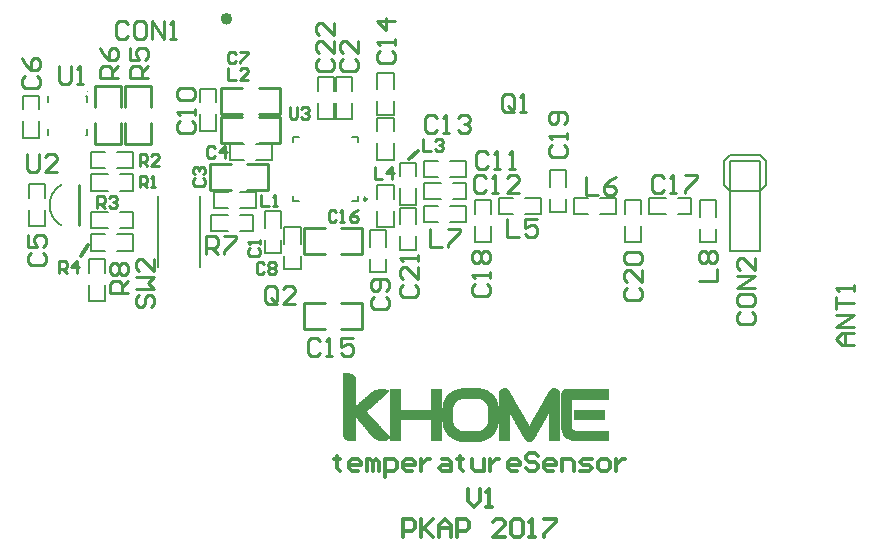
<source format=gto>
G04 Layer_Color=65535*
%FSLAX25Y25*%
%MOIN*%
G70*
G01*
G75*
%ADD23C,0.01969*%
%ADD24C,0.01000*%
%ADD27C,0.01181*%
%ADD28C,0.00100*%
%ADD42C,0.00787*%
%ADD43C,0.00394*%
%ADD44C,0.00984*%
%ADD45C,0.00800*%
%ADD46C,0.00500*%
D23*
X74043Y177106D02*
G03*
X74043Y177106I-1000J0D01*
G01*
D24*
X23937Y108307D02*
Y121693D01*
X39302Y135300D02*
Y142300D01*
X47902Y135300D02*
Y142300D01*
Y147700D02*
Y154700D01*
X39302Y147700D02*
Y154700D01*
Y135300D02*
X47902D01*
X39302Y154700D02*
X47902D01*
X29302Y135300D02*
Y142300D01*
X37902Y135300D02*
Y142300D01*
Y147700D02*
Y154700D01*
X29302Y147700D02*
Y154700D01*
Y135300D02*
X37902D01*
X29302Y154700D02*
X37902D01*
X83743Y145306D02*
X90743D01*
X83743Y153906D02*
X90743D01*
X71343D02*
X78343D01*
X71343Y145306D02*
X78343D01*
X90743D02*
Y153906D01*
X71343Y145306D02*
Y153906D01*
X83743Y135806D02*
X90743D01*
X83743Y144406D02*
X90743D01*
X71343D02*
X78343D01*
X71343Y135806D02*
X78343D01*
X90743D02*
Y144406D01*
X71343Y135806D02*
Y144406D01*
X67465Y128709D02*
X74465D01*
X67465Y120109D02*
X74465D01*
X79865D02*
X86865D01*
X79865Y128709D02*
X86865D01*
X67465Y120109D02*
Y128709D01*
X86865Y120109D02*
Y128709D01*
X98843Y107406D02*
X105843D01*
X98843Y98806D02*
X105843D01*
X111243D02*
X118243D01*
X111243Y107406D02*
X118243D01*
X98843Y98806D02*
Y107406D01*
X118243Y98806D02*
Y107406D01*
X111243Y73806D02*
X118243D01*
X111243Y82406D02*
X118243D01*
X98843D02*
X105843D01*
X98843Y73806D02*
X105843D01*
X118243D02*
Y82406D01*
X98843Y73806D02*
Y82406D01*
X43821Y85101D02*
X42821Y84101D01*
Y82102D01*
X43821Y81102D01*
X44820D01*
X45820Y82102D01*
Y84101D01*
X46819Y85101D01*
X47819D01*
X48819Y84101D01*
Y82102D01*
X47819Y81102D01*
X42821Y87100D02*
X48819D01*
X46819Y89100D01*
X48819Y91099D01*
X42821D01*
X48819Y97097D02*
Y93098D01*
X44820Y97097D01*
X43821D01*
X42821Y96097D01*
Y94098D01*
X43821Y93098D01*
X40157Y85827D02*
X34159D01*
Y88826D01*
X35159Y89825D01*
X37158D01*
X38158Y88826D01*
Y85827D01*
Y87826D02*
X40157Y89825D01*
X35159Y91825D02*
X34159Y92825D01*
Y94824D01*
X35159Y95824D01*
X36159D01*
X37158Y94824D01*
X38158Y95824D01*
X39158D01*
X40157Y94824D01*
Y92825D01*
X39158Y91825D01*
X38158D01*
X37158Y92825D01*
X36159Y91825D01*
X35159D01*
X37158Y92825D02*
Y94824D01*
X6693Y131982D02*
Y126984D01*
X7693Y125984D01*
X9692D01*
X10692Y126984D01*
Y131982D01*
X16690Y125984D02*
X12691D01*
X16690Y129983D01*
Y130983D01*
X15690Y131982D01*
X13691D01*
X12691Y130983D01*
X17323Y161510D02*
Y156511D01*
X18323Y155512D01*
X20322D01*
X21321Y156511D01*
Y161510D01*
X23321Y155512D02*
X25320D01*
X24321D01*
Y161510D01*
X23321Y160510D01*
X66142Y98819D02*
Y104817D01*
X69141D01*
X70140Y103817D01*
Y101818D01*
X69141Y100818D01*
X66142D01*
X68141D02*
X70140Y98819D01*
X72140Y104817D02*
X76139D01*
Y103817D01*
X72140Y99819D01*
Y98819D01*
X37008Y157480D02*
X31010D01*
Y160479D01*
X32010Y161479D01*
X34009D01*
X35008Y160479D01*
Y157480D01*
Y159480D02*
X37008Y161479D01*
X31010Y167477D02*
X32010Y165478D01*
X34009Y163478D01*
X36008D01*
X37008Y164478D01*
Y166477D01*
X36008Y167477D01*
X35008D01*
X34009Y166477D01*
Y163478D01*
X46850Y157480D02*
X40852D01*
Y160479D01*
X41852Y161479D01*
X43851D01*
X44851Y160479D01*
Y157480D01*
Y159480D02*
X46850Y161479D01*
X40852Y167477D02*
Y163478D01*
X43851D01*
X42852Y165478D01*
Y166477D01*
X43851Y167477D01*
X45851D01*
X46850Y166477D01*
Y164478D01*
X45851Y163478D01*
X17323Y92520D02*
Y96455D01*
X19291D01*
X19947Y95799D01*
Y94488D01*
X19291Y93832D01*
X17323D01*
X18635D02*
X19947Y92520D01*
X23226D02*
Y96455D01*
X21259Y94488D01*
X23882D01*
X29921Y114173D02*
Y118109D01*
X31889D01*
X32545Y117453D01*
Y116141D01*
X31889Y115485D01*
X29921D01*
X31233D02*
X32545Y114173D01*
X33857Y117453D02*
X34513Y118109D01*
X35825D01*
X36481Y117453D01*
Y116797D01*
X35825Y116141D01*
X35169D01*
X35825D01*
X36481Y115485D01*
Y114829D01*
X35825Y114173D01*
X34513D01*
X33857Y114829D01*
X44094Y127953D02*
Y131888D01*
X46062D01*
X46718Y131233D01*
Y129921D01*
X46062Y129265D01*
X44094D01*
X45406D02*
X46718Y127953D01*
X50654D02*
X48030D01*
X50654Y130577D01*
Y131233D01*
X49998Y131888D01*
X48686D01*
X48030Y131233D01*
X44094Y120866D02*
Y124802D01*
X46062D01*
X46718Y124146D01*
Y122834D01*
X46062Y122178D01*
X44094D01*
X45406D02*
X46718Y120866D01*
X48030D02*
X49342D01*
X48686D01*
Y124802D01*
X48030Y124146D01*
X84646Y118503D02*
Y114567D01*
X87270D01*
X88581D02*
X89893D01*
X89237D01*
Y118503D01*
X88581Y117847D01*
X40219Y175471D02*
X39219Y176470D01*
X37220D01*
X36220Y175471D01*
Y171472D01*
X37220Y170472D01*
X39219D01*
X40219Y171472D01*
X45218Y176470D02*
X43218D01*
X42219Y175471D01*
Y171472D01*
X43218Y170472D01*
X45218D01*
X46217Y171472D01*
Y175471D01*
X45218Y176470D01*
X48217Y170472D02*
Y176470D01*
X52215Y170472D01*
Y176470D01*
X54215Y170472D02*
X56214D01*
X55214D01*
Y176470D01*
X54215Y175471D01*
X57600Y142975D02*
X56600Y141975D01*
Y139976D01*
X57600Y138976D01*
X61599D01*
X62598Y139976D01*
Y141975D01*
X61599Y142975D01*
X62598Y144974D02*
Y146974D01*
Y145974D01*
X56600D01*
X57600Y144974D01*
Y149973D02*
X56600Y150972D01*
Y152972D01*
X57600Y153972D01*
X61599D01*
X62598Y152972D01*
Y150972D01*
X61599Y149973D01*
X57600D01*
X6025Y157936D02*
X5026Y156936D01*
Y154937D01*
X6025Y153937D01*
X10024D01*
X11024Y154937D01*
Y156936D01*
X10024Y157936D01*
X5026Y163934D02*
X6025Y161934D01*
X8025Y159935D01*
X10024D01*
X11024Y160935D01*
Y162934D01*
X10024Y163934D01*
X9024D01*
X8025Y162934D01*
Y159935D01*
X7994Y98881D02*
X6994Y97881D01*
Y95882D01*
X7994Y94882D01*
X11992D01*
X12992Y95882D01*
Y97881D01*
X11992Y98881D01*
X6994Y104879D02*
Y100880D01*
X9993D01*
X8993Y102879D01*
Y103879D01*
X9993Y104879D01*
X11992D01*
X12992Y103879D01*
Y101880D01*
X11992Y100880D01*
X244214Y79196D02*
X243215Y78196D01*
Y76196D01*
X244214Y75197D01*
X248213D01*
X249213Y76196D01*
Y78196D01*
X248213Y79196D01*
X243215Y84194D02*
Y82195D01*
X244214Y81195D01*
X248213D01*
X249213Y82195D01*
Y84194D01*
X248213Y85194D01*
X244214D01*
X243215Y84194D01*
X249213Y87193D02*
X243215D01*
X249213Y91192D01*
X243215D01*
X249213Y97190D02*
Y93191D01*
X245214Y97190D01*
X244214D01*
X243215Y96190D01*
Y94191D01*
X244214Y93191D01*
X94095Y147636D02*
Y144357D01*
X94750Y143701D01*
X96062D01*
X96718Y144357D01*
Y147636D01*
X98030Y146981D02*
X98686Y147636D01*
X99998D01*
X100654Y146981D01*
Y146325D01*
X99998Y145669D01*
X99342D01*
X99998D01*
X100654Y145013D01*
Y144357D01*
X99998Y143701D01*
X98686D01*
X98030Y144357D01*
X89825Y82889D02*
Y86888D01*
X88826Y87888D01*
X86826D01*
X85827Y86888D01*
Y82889D01*
X86826Y81890D01*
X88826D01*
X87826Y83889D02*
X89825Y81890D01*
X88826D02*
X89825Y82889D01*
X95824Y81890D02*
X91825D01*
X95824Y85888D01*
Y86888D01*
X94824Y87888D01*
X92825D01*
X91825Y86888D01*
X168959Y147063D02*
Y151061D01*
X167960Y152061D01*
X165960D01*
X164961Y151061D01*
Y147063D01*
X165960Y146063D01*
X167960D01*
X166960Y148062D02*
X168959Y146063D01*
X167960D02*
X168959Y147063D01*
X170959Y146063D02*
X172958D01*
X171958D01*
Y152061D01*
X170959Y151061D01*
X230616Y89764D02*
X236614D01*
Y93762D01*
X231616Y95762D02*
X230616Y96762D01*
Y98761D01*
X231616Y99761D01*
X232615D01*
X233615Y98761D01*
X234615Y99761D01*
X235614D01*
X236614Y98761D01*
Y96762D01*
X235614Y95762D01*
X234615D01*
X233615Y96762D01*
X232615Y95762D01*
X231616D01*
X233615Y96762D02*
Y98761D01*
X140945Y107179D02*
Y101181D01*
X144944D01*
X146943Y107179D02*
X150942D01*
Y106179D01*
X146943Y102181D01*
Y101181D01*
X192913Y124502D02*
Y118504D01*
X196912D01*
X202910Y124502D02*
X200911Y123502D01*
X198911Y121503D01*
Y119504D01*
X199911Y118504D01*
X201910D01*
X202910Y119504D01*
Y120503D01*
X201910Y121503D01*
X198911D01*
X166535Y110329D02*
Y104331D01*
X170534D01*
X176532Y110329D02*
X172534D01*
Y107330D01*
X174533Y108329D01*
X175532D01*
X176532Y107330D01*
Y105330D01*
X175532Y104331D01*
X173533D01*
X172534Y105330D01*
X122441Y127558D02*
Y123622D01*
X125065D01*
X128345D02*
Y127558D01*
X126377Y125590D01*
X129000D01*
X138583Y137007D02*
Y133071D01*
X141207D01*
X142518Y136351D02*
X143174Y137007D01*
X144486D01*
X145142Y136351D01*
Y135695D01*
X144486Y135039D01*
X143830D01*
X144486D01*
X145142Y134383D01*
Y133727D01*
X144486Y133071D01*
X143174D01*
X142518Y133727D01*
X73622Y160629D02*
Y156693D01*
X76246D01*
X80182D02*
X77558D01*
X80182Y159317D01*
Y159973D01*
X79526Y160629D01*
X78214D01*
X77558Y159973D01*
X104057Y163841D02*
X103057Y162842D01*
Y160842D01*
X104057Y159843D01*
X108055D01*
X109055Y160842D01*
Y162842D01*
X108055Y163841D01*
X109055Y169839D02*
Y165841D01*
X105056Y169839D01*
X104057D01*
X103057Y168840D01*
Y166840D01*
X104057Y165841D01*
X109055Y175837D02*
Y171839D01*
X105056Y175837D01*
X104057D01*
X103057Y174838D01*
Y172838D01*
X104057Y171839D01*
X132009Y88251D02*
X131010Y87251D01*
Y85252D01*
X132009Y84252D01*
X136008D01*
X137008Y85252D01*
Y87251D01*
X136008Y88251D01*
X137008Y94249D02*
Y90250D01*
X133009Y94249D01*
X132009D01*
X131010Y93249D01*
Y91250D01*
X132009Y90250D01*
X137008Y96248D02*
Y98247D01*
Y97248D01*
X131010D01*
X132009Y96248D01*
X206419Y87463D02*
X205419Y86464D01*
Y84464D01*
X206419Y83465D01*
X210418D01*
X211417Y84464D01*
Y86464D01*
X210418Y87463D01*
X211417Y93461D02*
Y89463D01*
X207419Y93461D01*
X206419D01*
X205419Y92462D01*
Y90462D01*
X206419Y89463D01*
Y95461D02*
X205419Y96460D01*
Y98460D01*
X206419Y99459D01*
X210418D01*
X211417Y98460D01*
Y96460D01*
X210418Y95461D01*
X206419D01*
X181616Y135101D02*
X180616Y134101D01*
Y132102D01*
X181616Y131102D01*
X185615D01*
X186614Y132102D01*
Y134101D01*
X185615Y135101D01*
X186614Y137100D02*
Y139100D01*
Y138100D01*
X180616D01*
X181616Y137100D01*
X185615Y142099D02*
X186614Y143098D01*
Y145098D01*
X185615Y146098D01*
X181616D01*
X180616Y145098D01*
Y143098D01*
X181616Y142099D01*
X182615D01*
X183615Y143098D01*
Y146098D01*
X156025Y88644D02*
X155026Y87645D01*
Y85645D01*
X156025Y84646D01*
X160024D01*
X161024Y85645D01*
Y87645D01*
X160024Y88644D01*
X161024Y90644D02*
Y92643D01*
Y91643D01*
X155026D01*
X156025Y90644D01*
Y95642D02*
X155026Y96642D01*
Y98641D01*
X156025Y99641D01*
X157025D01*
X158025Y98641D01*
X159024Y99641D01*
X160024D01*
X161024Y98641D01*
Y96642D01*
X160024Y95642D01*
X159024D01*
X158025Y96642D01*
X157025Y95642D01*
X156025D01*
X158025Y96642D02*
Y98641D01*
X218959Y123896D02*
X217960Y124896D01*
X215960D01*
X214961Y123896D01*
Y119897D01*
X215960Y118898D01*
X217960D01*
X218959Y119897D01*
X220959Y118898D02*
X222958D01*
X221958D01*
Y124896D01*
X220959Y123896D01*
X225957Y124896D02*
X229956D01*
Y123896D01*
X225957Y119897D01*
Y118898D01*
X109710Y112729D02*
X109055Y113385D01*
X107743D01*
X107087Y112729D01*
Y110105D01*
X107743Y109449D01*
X109055D01*
X109710Y110105D01*
X111022Y109449D02*
X112334D01*
X111678D01*
Y113385D01*
X111022Y112729D01*
X116926Y113385D02*
X115614Y112729D01*
X114302Y111417D01*
Y110105D01*
X114958Y109449D01*
X116270D01*
X116926Y110105D01*
Y110761D01*
X116270Y111417D01*
X114302D01*
X104392Y69565D02*
X103393Y70565D01*
X101393D01*
X100394Y69565D01*
Y65567D01*
X101393Y64567D01*
X103393D01*
X104392Y65567D01*
X106392Y64567D02*
X108391D01*
X107391D01*
Y70565D01*
X106392Y69565D01*
X115389Y70565D02*
X111390D01*
Y67566D01*
X113390Y68566D01*
X114389D01*
X115389Y67566D01*
Y65567D01*
X114389Y64567D01*
X112390D01*
X111390Y65567D01*
X124135Y166203D02*
X123136Y165204D01*
Y163204D01*
X124135Y162205D01*
X128134D01*
X129134Y163204D01*
Y165204D01*
X128134Y166203D01*
X129134Y168203D02*
Y170202D01*
Y169202D01*
X123136D01*
X124135Y168203D01*
X129134Y176200D02*
X123136D01*
X126135Y173201D01*
Y177200D01*
X143369Y143975D02*
X142369Y144974D01*
X140370D01*
X139370Y143975D01*
Y139976D01*
X140370Y138976D01*
X142369D01*
X143369Y139976D01*
X145368Y138976D02*
X147368D01*
X146368D01*
Y144974D01*
X145368Y143975D01*
X150366D02*
X151366Y144974D01*
X153366D01*
X154365Y143975D01*
Y142975D01*
X153366Y141975D01*
X152366D01*
X153366D01*
X154365Y140976D01*
Y139976D01*
X153366Y138976D01*
X151366D01*
X150366Y139976D01*
X159511Y123896D02*
X158511Y124896D01*
X156511D01*
X155512Y123896D01*
Y119897D01*
X156511Y118898D01*
X158511D01*
X159511Y119897D01*
X161510Y118898D02*
X163509D01*
X162510D01*
Y124896D01*
X161510Y123896D01*
X170507Y118898D02*
X166508D01*
X170507Y122896D01*
Y123896D01*
X169507Y124896D01*
X167508D01*
X166508Y123896D01*
X160298Y132164D02*
X159298Y133163D01*
X157299D01*
X156299Y132164D01*
Y128165D01*
X157299Y127165D01*
X159298D01*
X160298Y128165D01*
X162297Y127165D02*
X164297D01*
X163297D01*
Y133163D01*
X162297Y132164D01*
X167296Y127165D02*
X169295D01*
X168295D01*
Y133163D01*
X167296Y132164D01*
X122167Y84314D02*
X121167Y83314D01*
Y81315D01*
X122167Y80315D01*
X126166D01*
X127165Y81315D01*
Y83314D01*
X126166Y84314D01*
Y86313D02*
X127165Y87313D01*
Y89312D01*
X126166Y90312D01*
X122167D01*
X121167Y89312D01*
Y87313D01*
X122167Y86313D01*
X123167D01*
X124166Y87313D01*
Y90312D01*
X85695Y95406D02*
X85039Y96062D01*
X83727D01*
X83071Y95406D01*
Y92782D01*
X83727Y92126D01*
X85039D01*
X85695Y92782D01*
X87007Y95406D02*
X87663Y96062D01*
X88974D01*
X89630Y95406D01*
Y94750D01*
X88974Y94094D01*
X89630Y93438D01*
Y92782D01*
X88974Y92126D01*
X87663D01*
X87007Y92782D01*
Y93438D01*
X87663Y94094D01*
X87007Y94750D01*
Y95406D01*
X87663Y94094D02*
X88974D01*
X76246Y165484D02*
X75590Y166140D01*
X74278D01*
X73622Y165484D01*
Y162861D01*
X74278Y162205D01*
X75590D01*
X76246Y162861D01*
X77558Y166140D02*
X80182D01*
Y165484D01*
X77558Y162861D01*
Y162205D01*
X69159Y133988D02*
X68503Y134644D01*
X67191D01*
X66535Y133988D01*
Y131365D01*
X67191Y130709D01*
X68503D01*
X69159Y131365D01*
X72439Y130709D02*
Y134644D01*
X70471Y132676D01*
X73095D01*
X62468Y123884D02*
X61812Y123228D01*
Y121916D01*
X62468Y121260D01*
X65092D01*
X65748Y121916D01*
Y123228D01*
X65092Y123884D01*
X62468Y125196D02*
X61812Y125852D01*
Y127163D01*
X62468Y127819D01*
X63124D01*
X63780Y127163D01*
Y126507D01*
Y127163D01*
X64436Y127819D01*
X65092D01*
X65748Y127163D01*
Y125852D01*
X65092Y125196D01*
X111931Y163841D02*
X110931Y162842D01*
Y160842D01*
X111931Y159843D01*
X115929D01*
X116929Y160842D01*
Y162842D01*
X115929Y163841D01*
X116929Y169839D02*
Y165841D01*
X112930Y169839D01*
X111931D01*
X110931Y168840D01*
Y166840D01*
X111931Y165841D01*
X80972Y100655D02*
X80316Y99999D01*
Y98687D01*
X80972Y98032D01*
X83596D01*
X84252Y98687D01*
Y99999D01*
X83596Y100655D01*
X84252Y101967D02*
Y103279D01*
Y102623D01*
X80316D01*
X80972Y101967D01*
X282283Y68504D02*
X278285D01*
X276285Y70503D01*
X278285Y72503D01*
X282283D01*
X279284D01*
Y68504D01*
X282283Y74502D02*
X276285D01*
X282283Y78501D01*
X276285D01*
Y80500D02*
Y84499D01*
Y82499D01*
X282283D01*
Y86498D02*
Y88498D01*
Y87498D01*
X276285D01*
X277285Y86498D01*
D27*
X133858Y130315D02*
X137008Y133071D01*
X24409Y98032D02*
X26772Y101575D01*
X110055Y31393D02*
Y30393D01*
X109055D01*
X111055D01*
X110055D01*
Y27394D01*
X111055Y26395D01*
X117052D02*
X115053D01*
X114053Y27394D01*
Y29394D01*
X115053Y30393D01*
X117052D01*
X118052Y29394D01*
Y28394D01*
X114053D01*
X120052Y26395D02*
Y30393D01*
X121051D01*
X122051Y29394D01*
Y26395D01*
Y29394D01*
X123051Y30393D01*
X124050Y29394D01*
Y26395D01*
X126050Y24395D02*
Y30393D01*
X129049D01*
X130048Y29394D01*
Y27394D01*
X129049Y26395D01*
X126050D01*
X135047D02*
X133047D01*
X132048Y27394D01*
Y29394D01*
X133047Y30393D01*
X135047D01*
X136046Y29394D01*
Y28394D01*
X132048D01*
X138046Y30393D02*
Y26395D01*
Y28394D01*
X139045Y29394D01*
X140045Y30393D01*
X141045D01*
X145044D02*
X147043D01*
X148043Y29394D01*
Y26395D01*
X145044D01*
X144044Y27394D01*
X145044Y28394D01*
X148043D01*
X151041Y31393D02*
Y30393D01*
X150042D01*
X152041D01*
X151041D01*
Y27394D01*
X152041Y26395D01*
X155040Y30393D02*
Y27394D01*
X156040Y26395D01*
X159039D01*
Y30393D01*
X161038D02*
Y26395D01*
Y28394D01*
X162038Y29394D01*
X163038Y30393D01*
X164037D01*
X170035Y26395D02*
X168036D01*
X167036Y27394D01*
Y29394D01*
X168036Y30393D01*
X170035D01*
X171035Y29394D01*
Y28394D01*
X167036D01*
X177033Y31393D02*
X176033Y32393D01*
X174034D01*
X173034Y31393D01*
Y30393D01*
X174034Y29394D01*
X176033D01*
X177033Y28394D01*
Y27394D01*
X176033Y26395D01*
X174034D01*
X173034Y27394D01*
X182032Y26395D02*
X180032D01*
X179033Y27394D01*
Y29394D01*
X180032Y30393D01*
X182032D01*
X183031Y29394D01*
Y28394D01*
X179033D01*
X185030Y26395D02*
Y30393D01*
X188030D01*
X189029Y29394D01*
Y26395D01*
X191029D02*
X194028D01*
X195027Y27394D01*
X194028Y28394D01*
X192028D01*
X191029Y29394D01*
X192028Y30393D01*
X195027D01*
X198026Y26395D02*
X200026D01*
X201025Y27394D01*
Y29394D01*
X200026Y30393D01*
X198026D01*
X197027Y29394D01*
Y27394D01*
X198026Y26395D01*
X203025Y30393D02*
Y26395D01*
Y28394D01*
X204024Y29394D01*
X205024Y30393D01*
X206024D01*
X153541Y20361D02*
Y16362D01*
X155540Y14363D01*
X157539Y16362D01*
Y20361D01*
X159539Y14363D02*
X161538D01*
X160538D01*
Y20361D01*
X159539Y19361D01*
X132048Y4331D02*
Y10329D01*
X135047D01*
X136046Y9329D01*
Y7330D01*
X135047Y6330D01*
X132048D01*
X138046Y10329D02*
Y4331D01*
Y6330D01*
X142044Y10329D01*
X139045Y7330D01*
X142044Y4331D01*
X144044D02*
Y8329D01*
X146043Y10329D01*
X148043Y8329D01*
Y4331D01*
Y7330D01*
X144044D01*
X150042Y4331D02*
Y10329D01*
X153041D01*
X154041Y9329D01*
Y7330D01*
X153041Y6330D01*
X150042D01*
X166037Y4331D02*
X162038D01*
X166037Y8329D01*
Y9329D01*
X165037Y10329D01*
X163038D01*
X162038Y9329D01*
X168036D02*
X169036Y10329D01*
X171035D01*
X172035Y9329D01*
Y5330D01*
X171035Y4331D01*
X169036D01*
X168036Y5330D01*
Y9329D01*
X174034Y4331D02*
X176033D01*
X175034D01*
Y10329D01*
X174034Y9329D01*
X179033Y10329D02*
X183031D01*
Y9329D01*
X179033Y5330D01*
Y4331D01*
D28*
X111781Y58903D02*
X113981D01*
X111781Y58803D02*
X114481D01*
X111781Y58703D02*
X114681D01*
X111781Y58603D02*
X114881D01*
X111781Y58503D02*
X115081D01*
X111781Y58403D02*
X115181D01*
X111781Y58303D02*
X115281D01*
X111781Y58203D02*
X115381D01*
X111781Y58103D02*
X115481D01*
X111781Y58003D02*
X115481D01*
X111781Y57903D02*
X115681D01*
X111781Y57803D02*
X115681D01*
X111781Y57703D02*
X115781D01*
X111781Y57603D02*
X115781D01*
X111781Y57503D02*
X115881D01*
X111781Y57403D02*
X115881D01*
X111781Y57303D02*
X115881D01*
X111781Y57203D02*
X115981D01*
X111781Y57103D02*
X115981D01*
X111781Y57003D02*
X115981D01*
X111781Y56903D02*
X115981D01*
X111781Y56803D02*
X115981D01*
X111781Y56703D02*
X115981D01*
X111781Y56603D02*
X115981D01*
X111781Y56503D02*
X115981D01*
X111781Y56403D02*
X115981D01*
X111781Y56303D02*
X115981D01*
X111781Y56203D02*
X115981D01*
X111781Y56103D02*
X115981D01*
X111781Y56003D02*
X115981D01*
X111781Y55903D02*
X115981D01*
X111781Y55803D02*
X115981D01*
X111781Y55703D02*
X115981D01*
X111781Y55603D02*
X115981D01*
X111781Y55503D02*
X115981D01*
X111781Y55403D02*
X115981D01*
X111781Y55303D02*
X115981D01*
X111781Y55203D02*
X115981D01*
X111781Y55103D02*
X115981D01*
X111781Y55003D02*
X115981D01*
X111781Y54903D02*
X115981D01*
X111781Y54803D02*
X115981D01*
X111781Y54703D02*
X115981D01*
X111781Y54603D02*
X115981D01*
X111781Y54503D02*
X115981D01*
X111781Y54403D02*
X115981D01*
X111781Y54303D02*
X115981D01*
X111781Y54203D02*
X115981D01*
X111781Y54103D02*
X115981D01*
X111781Y54003D02*
X115981D01*
X111781Y53903D02*
X115981D01*
X151081D02*
X157481D01*
X165081D02*
X166081D01*
X181681D02*
X182681D01*
X111781Y53803D02*
X115981D01*
X150481D02*
X158081D01*
X164781D02*
X166281D01*
X181481D02*
X182981D01*
X111781Y53703D02*
X115981D01*
X124081D02*
X125381D01*
X127481D02*
X130781D01*
X141281D02*
X144581D01*
X150081D02*
X158481D01*
X164681D02*
X166481D01*
X181281D02*
X183081D01*
X185981D02*
X200281D01*
X111781Y53603D02*
X115981D01*
X123581D02*
X125881D01*
X127481D02*
X130781D01*
X141281D02*
X144581D01*
X149781D02*
X158781D01*
X164481D02*
X166581D01*
X181181D02*
X183281D01*
X185681D02*
X200281D01*
X111781Y53503D02*
X115981D01*
X123181D02*
X126181D01*
X127481D02*
X130781D01*
X141281D02*
X144581D01*
X149481D02*
X159081D01*
X164381D02*
X166681D01*
X180981D02*
X183381D01*
X185481D02*
X200281D01*
X111781Y53403D02*
X115981D01*
X122881D02*
X126381D01*
X127481D02*
X130781D01*
X141281D02*
X144581D01*
X149281D02*
X159281D01*
X164281D02*
X166781D01*
X180881D02*
X183481D01*
X185381D02*
X200281D01*
X111781Y53303D02*
X115981D01*
X122581D02*
X126581D01*
X127481D02*
X130781D01*
X141281D02*
X144581D01*
X148981D02*
X159481D01*
X164181D02*
X166881D01*
X180781D02*
X183481D01*
X185281D02*
X200281D01*
X111781Y53203D02*
X115981D01*
X122381D02*
X126781D01*
X127481D02*
X130781D01*
X141281D02*
X144581D01*
X148781D02*
X159781D01*
X164181D02*
X166981D01*
X180781D02*
X183581D01*
X185081D02*
X200281D01*
X111781Y53103D02*
X115981D01*
X122181D02*
X126981D01*
X127481D02*
X130781D01*
X141281D02*
X144581D01*
X148581D02*
X159881D01*
X164081D02*
X166981D01*
X180681D02*
X183681D01*
X184981D02*
X200281D01*
X111781Y53003D02*
X115981D01*
X121981D02*
X126981D01*
X127481D02*
X130781D01*
X141281D02*
X144581D01*
X148481D02*
X160081D01*
X164081D02*
X167081D01*
X180681D02*
X183681D01*
X184981D02*
X200281D01*
X111781Y52903D02*
X115981D01*
X121881D02*
X126881D01*
X127481D02*
X130781D01*
X141281D02*
X144581D01*
X148281D02*
X160281D01*
X163981D02*
X167081D01*
X180581D02*
X183781D01*
X184881D02*
X200281D01*
X111781Y52803D02*
X115981D01*
X121681D02*
X126681D01*
X127481D02*
X130781D01*
X141281D02*
X144581D01*
X148081D02*
X160381D01*
X163981D02*
X167181D01*
X180481D02*
X183781D01*
X184881D02*
X200281D01*
X111781Y52703D02*
X115981D01*
X121581D02*
X126581D01*
X127481D02*
X130781D01*
X141281D02*
X144581D01*
X147981D02*
X160581D01*
X163981D02*
X167281D01*
X180481D02*
X183781D01*
X184781D02*
X200281D01*
X111781Y52603D02*
X115981D01*
X121381D02*
X126481D01*
X127481D02*
X130781D01*
X141281D02*
X144581D01*
X147781D02*
X160681D01*
X163981D02*
X167281D01*
X180381D02*
X183781D01*
X184781D02*
X200281D01*
X111781Y52503D02*
X115981D01*
X121281D02*
X126381D01*
X127481D02*
X130781D01*
X141281D02*
X144581D01*
X147681D02*
X160881D01*
X163881D02*
X167381D01*
X180381D02*
X183781D01*
X184681D02*
X200281D01*
X111781Y52403D02*
X115981D01*
X121081D02*
X126281D01*
X127481D02*
X130781D01*
X141281D02*
X144581D01*
X147581D02*
X160981D01*
X163881D02*
X167381D01*
X180281D02*
X183781D01*
X184681D02*
X200281D01*
X111781Y52303D02*
X115981D01*
X120981D02*
X126181D01*
X127481D02*
X130781D01*
X141281D02*
X144581D01*
X147481D02*
X161081D01*
X163881D02*
X167481D01*
X180281D02*
X183781D01*
X184681D02*
X200281D01*
X111781Y52203D02*
X115981D01*
X120881D02*
X126081D01*
X127481D02*
X130781D01*
X141281D02*
X144581D01*
X147281D02*
X161181D01*
X163881D02*
X167581D01*
X180181D02*
X183781D01*
X184681D02*
X200281D01*
X111781Y52103D02*
X115981D01*
X120781D02*
X125981D01*
X127481D02*
X130781D01*
X141281D02*
X144581D01*
X147181D02*
X161281D01*
X163881D02*
X167581D01*
X180081D02*
X183781D01*
X184681D02*
X200281D01*
X111781Y52003D02*
X115981D01*
X120681D02*
X125781D01*
X127481D02*
X130781D01*
X141281D02*
X144581D01*
X147081D02*
X161481D01*
X163881D02*
X167681D01*
X180081D02*
X183781D01*
X184681D02*
X200281D01*
X111781Y51903D02*
X115981D01*
X120581D02*
X125681D01*
X127481D02*
X130781D01*
X141281D02*
X144581D01*
X146981D02*
X161581D01*
X163881D02*
X167681D01*
X179981D02*
X183781D01*
X184681D02*
X200281D01*
X111781Y51803D02*
X115981D01*
X120481D02*
X125581D01*
X127481D02*
X130781D01*
X141281D02*
X144581D01*
X146881D02*
X161581D01*
X163881D02*
X167781D01*
X179981D02*
X183781D01*
X184681D02*
X200281D01*
X111781Y51703D02*
X115981D01*
X120381D02*
X125481D01*
X127481D02*
X130781D01*
X141281D02*
X144581D01*
X146781D02*
X161681D01*
X163881D02*
X167781D01*
X179881D02*
X183781D01*
X184681D02*
X200281D01*
X111781Y51603D02*
X115981D01*
X120181D02*
X125381D01*
X127481D02*
X130781D01*
X141281D02*
X144581D01*
X146681D02*
X161781D01*
X163881D02*
X167881D01*
X179881D02*
X183781D01*
X184681D02*
X200281D01*
X111781Y51503D02*
X115981D01*
X120081D02*
X125281D01*
X127481D02*
X130781D01*
X141281D02*
X144581D01*
X146681D02*
X161881D01*
X163881D02*
X167981D01*
X179781D02*
X183781D01*
X184681D02*
X200281D01*
X111781Y51403D02*
X115981D01*
X119981D02*
X125181D01*
X127481D02*
X130781D01*
X141281D02*
X144581D01*
X146581D02*
X161981D01*
X163881D02*
X167981D01*
X179681D02*
X183781D01*
X184681D02*
X200281D01*
X111781Y51303D02*
X115981D01*
X119881D02*
X125081D01*
X127481D02*
X130781D01*
X141281D02*
X144581D01*
X146481D02*
X162081D01*
X163881D02*
X168081D01*
X179681D02*
X183781D01*
X184681D02*
X200281D01*
X111781Y51203D02*
X115981D01*
X119781D02*
X124981D01*
X127481D02*
X130781D01*
X141281D02*
X144581D01*
X146381D02*
X162081D01*
X163881D02*
X168081D01*
X179581D02*
X183781D01*
X184681D02*
X200281D01*
X111781Y51103D02*
X115981D01*
X119681D02*
X124781D01*
X127481D02*
X130781D01*
X141281D02*
X144581D01*
X146381D02*
X162181D01*
X163881D02*
X168181D01*
X179581D02*
X183781D01*
X184681D02*
X200281D01*
X111781Y51003D02*
X115981D01*
X119581D02*
X124681D01*
X127481D02*
X130781D01*
X141281D02*
X144581D01*
X146281D02*
X162281D01*
X163881D02*
X168181D01*
X179481D02*
X183781D01*
X184681D02*
X200281D01*
X111781Y50903D02*
X115981D01*
X119381D02*
X124581D01*
X127481D02*
X130781D01*
X141281D02*
X144581D01*
X146181D02*
X162381D01*
X163881D02*
X168281D01*
X179381D02*
X183781D01*
X184681D02*
X200281D01*
X111781Y50803D02*
X115981D01*
X119281D02*
X124481D01*
X127481D02*
X130781D01*
X141281D02*
X144581D01*
X146181D02*
X162381D01*
X163881D02*
X168281D01*
X179381D02*
X183781D01*
X184681D02*
X200281D01*
X111781Y50703D02*
X115981D01*
X119181D02*
X124381D01*
X127481D02*
X130781D01*
X141281D02*
X144581D01*
X146081D02*
X151881D01*
X156681D02*
X162481D01*
X163881D02*
X168381D01*
X179281D02*
X183781D01*
X184681D02*
X200281D01*
X111781Y50603D02*
X115981D01*
X119081D02*
X124281D01*
X127481D02*
X130781D01*
X141281D02*
X144581D01*
X145981D02*
X151181D01*
X157381D02*
X162581D01*
X163881D02*
X168481D01*
X179281D02*
X183781D01*
X184681D02*
X200281D01*
X111781Y50503D02*
X115981D01*
X118981D02*
X124181D01*
X127481D02*
X130781D01*
X141281D02*
X144581D01*
X145981D02*
X150781D01*
X157781D02*
X162581D01*
X163881D02*
X168481D01*
X179181D02*
X183781D01*
X184681D02*
X200281D01*
X111781Y50403D02*
X115981D01*
X118881D02*
X124081D01*
X127481D02*
X130781D01*
X141281D02*
X144581D01*
X145881D02*
X150481D01*
X157981D02*
X162681D01*
X163881D02*
X168581D01*
X179181D02*
X183781D01*
X184681D02*
X187981D01*
X111781Y50303D02*
X115981D01*
X118681D02*
X123881D01*
X127481D02*
X130781D01*
X141281D02*
X144581D01*
X145881D02*
X150281D01*
X158281D02*
X162681D01*
X163881D02*
X168581D01*
X179081D02*
X183781D01*
X184681D02*
X187981D01*
X111781Y50203D02*
X115981D01*
X118581D02*
X123781D01*
X127481D02*
X130781D01*
X141281D02*
X144581D01*
X145781D02*
X150081D01*
X158481D02*
X162781D01*
X163881D02*
X168681D01*
X178981D02*
X183781D01*
X184681D02*
X187981D01*
X111781Y50103D02*
X115981D01*
X118481D02*
X123681D01*
X127481D02*
X130781D01*
X141281D02*
X144581D01*
X145781D02*
X149981D01*
X158581D02*
X162781D01*
X163881D02*
X168681D01*
X178981D02*
X183781D01*
X184681D02*
X187981D01*
X111781Y50003D02*
X115981D01*
X118381D02*
X123581D01*
X127481D02*
X130781D01*
X141281D02*
X144581D01*
X145681D02*
X149781D01*
X158781D02*
X162881D01*
X163881D02*
X168781D01*
X178881D02*
X183781D01*
X184681D02*
X187981D01*
X111781Y49903D02*
X115981D01*
X118181D02*
X123481D01*
X127481D02*
X130781D01*
X141281D02*
X144581D01*
X145681D02*
X149681D01*
X158881D02*
X162881D01*
X163881D02*
X168881D01*
X178881D02*
X183781D01*
X184681D02*
X187981D01*
X111781Y49803D02*
X115981D01*
X118181D02*
X123381D01*
X127481D02*
X130781D01*
X141281D02*
X144581D01*
X145581D02*
X149581D01*
X158981D02*
X162881D01*
X163881D02*
X168881D01*
X178781D02*
X183781D01*
X184681D02*
X187981D01*
X111781Y49703D02*
X115981D01*
X117981D02*
X123281D01*
X127481D02*
X130781D01*
X141281D02*
X144581D01*
X145581D02*
X149381D01*
X159081D02*
X162981D01*
X163881D02*
X168981D01*
X178781D02*
X183781D01*
X184681D02*
X187981D01*
X111781Y49603D02*
X115981D01*
X117881D02*
X123081D01*
X127481D02*
X130781D01*
X141281D02*
X144581D01*
X145481D02*
X149281D01*
X159181D02*
X162981D01*
X163881D02*
X168981D01*
X178681D02*
X183781D01*
X184681D02*
X187981D01*
X111781Y49503D02*
X115981D01*
X117781D02*
X123081D01*
X127481D02*
X130781D01*
X141281D02*
X144581D01*
X145481D02*
X149181D01*
X159281D02*
X163081D01*
X163881D02*
X169081D01*
X178681D02*
X183781D01*
X184681D02*
X187981D01*
X111781Y49403D02*
X115981D01*
X117681D02*
X122881D01*
X127481D02*
X130781D01*
X141281D02*
X144581D01*
X145481D02*
X149181D01*
X159381D02*
X163081D01*
X163881D02*
X169181D01*
X178581D02*
X183781D01*
X184681D02*
X187981D01*
X111781Y49303D02*
X115981D01*
X117481D02*
X122781D01*
X127481D02*
X130781D01*
X141281D02*
X144581D01*
X145381D02*
X149081D01*
X159481D02*
X163081D01*
X163881D02*
X169181D01*
X178481D02*
X183781D01*
X184681D02*
X187981D01*
X111781Y49203D02*
X115981D01*
X117381D02*
X122681D01*
X127481D02*
X130781D01*
X141281D02*
X144581D01*
X145381D02*
X148981D01*
X159581D02*
X163181D01*
X163881D02*
X169281D01*
X178481D02*
X183781D01*
X184681D02*
X187981D01*
X111781Y49103D02*
X115981D01*
X117281D02*
X122581D01*
X127481D02*
X130781D01*
X141281D02*
X144581D01*
X145381D02*
X148981D01*
X159581D02*
X163181D01*
X163881D02*
X169281D01*
X178381D02*
X183781D01*
X184681D02*
X187981D01*
X111781Y49003D02*
X115981D01*
X117181D02*
X122481D01*
X127481D02*
X130781D01*
X141281D02*
X144581D01*
X145281D02*
X148881D01*
X159681D02*
X163181D01*
X163881D02*
X169381D01*
X178381D02*
X183781D01*
X184681D02*
X187981D01*
X111781Y48903D02*
X115981D01*
X117081D02*
X122381D01*
X127481D02*
X130781D01*
X141281D02*
X144581D01*
X145281D02*
X148781D01*
X159681D02*
X163281D01*
X163881D02*
X169381D01*
X178281D02*
X183781D01*
X184681D02*
X187981D01*
X111781Y48803D02*
X115981D01*
X116981D02*
X122281D01*
X127481D02*
X130781D01*
X141281D02*
X144581D01*
X145281D02*
X148781D01*
X159781D02*
X163281D01*
X163881D02*
X169481D01*
X178281D02*
X183781D01*
X184681D02*
X187981D01*
X111781Y48703D02*
X115981D01*
X116781D02*
X122181D01*
X127481D02*
X130781D01*
X141281D02*
X144581D01*
X145281D02*
X148681D01*
X159781D02*
X163281D01*
X163881D02*
X169581D01*
X178181D02*
X183781D01*
X184681D02*
X187981D01*
X111781Y48603D02*
X115981D01*
X116781D02*
X121981D01*
X127481D02*
X130781D01*
X141281D02*
X144581D01*
X145181D02*
X148681D01*
X159881D02*
X163281D01*
X163881D02*
X169581D01*
X178081D02*
X183781D01*
X184681D02*
X187981D01*
X111781Y48503D02*
X115981D01*
X116581D02*
X121881D01*
X127481D02*
X130781D01*
X141281D02*
X144581D01*
X145181D02*
X148581D01*
X159881D02*
X163381D01*
X163881D02*
X169681D01*
X178081D02*
X183781D01*
X184681D02*
X187981D01*
X111781Y48403D02*
X115981D01*
X116481D02*
X121781D01*
X127481D02*
X130781D01*
X141281D02*
X144581D01*
X145181D02*
X148581D01*
X159981D02*
X163381D01*
X163881D02*
X169681D01*
X177981D02*
X183781D01*
X184681D02*
X187981D01*
X111781Y48303D02*
X115981D01*
X116381D02*
X121681D01*
X127481D02*
X130781D01*
X141281D02*
X144581D01*
X145181D02*
X148581D01*
X159981D02*
X163381D01*
X163881D02*
X169781D01*
X177981D02*
X183781D01*
X184681D02*
X187981D01*
X111781Y48203D02*
X115981D01*
X116281D02*
X121581D01*
X127481D02*
X130781D01*
X141281D02*
X144581D01*
X145081D02*
X148481D01*
X160081D02*
X163381D01*
X163881D02*
X169881D01*
X177881D02*
X183781D01*
X184681D02*
X187981D01*
X111781Y48103D02*
X115981D01*
X116181D02*
X121481D01*
X127481D02*
X130781D01*
X141281D02*
X144581D01*
X145081D02*
X148481D01*
X160081D02*
X163381D01*
X163881D02*
X169881D01*
X177781D02*
X183781D01*
X184681D02*
X187981D01*
X111781Y48003D02*
X121381D01*
X127481D02*
X130781D01*
X141281D02*
X144581D01*
X145081D02*
X148481D01*
X160081D02*
X163481D01*
X163881D02*
X169981D01*
X177781D02*
X183781D01*
X184681D02*
X187981D01*
X111781Y47903D02*
X121181D01*
X127481D02*
X130781D01*
X141281D02*
X144581D01*
X145081D02*
X148381D01*
X160081D02*
X163481D01*
X163881D02*
X169981D01*
X177681D02*
X183781D01*
X184681D02*
X187981D01*
X111781Y47803D02*
X121081D01*
X127481D02*
X130781D01*
X141281D02*
X144581D01*
X145081D02*
X148381D01*
X160181D02*
X163481D01*
X163881D02*
X170081D01*
X177681D02*
X183781D01*
X184681D02*
X187981D01*
X111781Y47703D02*
X120981D01*
X127481D02*
X130781D01*
X141281D02*
X144581D01*
X145081D02*
X148381D01*
X160181D02*
X163481D01*
X163881D02*
X170081D01*
X177581D02*
X183781D01*
X184681D02*
X187981D01*
X111781Y47603D02*
X120881D01*
X127481D02*
X130781D01*
X141281D02*
X144581D01*
X145081D02*
X148381D01*
X160181D02*
X163481D01*
X163881D02*
X170181D01*
X177481D02*
X183781D01*
X184681D02*
X187981D01*
X111781Y47503D02*
X120781D01*
X127481D02*
X130781D01*
X141281D02*
X144581D01*
X145081D02*
X148381D01*
X160181D02*
X163481D01*
X163881D02*
X170181D01*
X177481D02*
X183781D01*
X184681D02*
X187981D01*
X111781Y47403D02*
X120681D01*
X127481D02*
X130781D01*
X141281D02*
X144581D01*
X145081D02*
X148281D01*
X160181D02*
X163481D01*
X163881D02*
X170281D01*
X177381D02*
X183781D01*
X184681D02*
X187981D01*
X111781Y47303D02*
X120581D01*
X127481D02*
X130781D01*
X141281D02*
X144581D01*
X144981D02*
X148281D01*
X160181D02*
X163481D01*
X163881D02*
X170381D01*
X177381D02*
X183781D01*
X184681D02*
X187981D01*
X111781Y47203D02*
X120481D01*
X127481D02*
X130781D01*
X141281D02*
X144581D01*
X144981D02*
X148281D01*
X160181D02*
X163481D01*
X163881D02*
X170381D01*
X177281D02*
X183781D01*
X184681D02*
X187981D01*
X111781Y47103D02*
X120381D01*
X127481D02*
X130781D01*
X141281D02*
X144581D01*
X144981D02*
X148281D01*
X160281D02*
X163481D01*
X163881D02*
X170481D01*
X177281D02*
X183781D01*
X184681D02*
X187981D01*
X111781Y47003D02*
X120181D01*
X127481D02*
X130781D01*
X141281D02*
X144581D01*
X144981D02*
X148281D01*
X160281D02*
X163481D01*
X163881D02*
X170481D01*
X177181D02*
X183781D01*
X184681D02*
X187981D01*
X111781Y46903D02*
X120081D01*
X127481D02*
X130781D01*
X141281D02*
X144581D01*
X144981D02*
X148281D01*
X160281D02*
X163481D01*
X163881D02*
X170581D01*
X177181D02*
X183781D01*
X184681D02*
X187981D01*
X111781Y46803D02*
X119981D01*
X127481D02*
X144581D01*
X144981D02*
X148281D01*
X160281D02*
X163481D01*
X163881D02*
X170581D01*
X177081D02*
X183781D01*
X184681D02*
X187981D01*
X189081D02*
X198881D01*
X111781Y46703D02*
X119881D01*
X127481D02*
X144581D01*
X144981D02*
X148281D01*
X160281D02*
X163481D01*
X163881D02*
X170681D01*
X176981D02*
X183781D01*
X184681D02*
X187981D01*
X188981D02*
X198881D01*
X111781Y46603D02*
X119781D01*
X127481D02*
X144581D01*
X144981D02*
X148281D01*
X160281D02*
X163481D01*
X163881D02*
X170781D01*
X176981D02*
X183781D01*
X184681D02*
X187981D01*
X188981D02*
X198881D01*
X111781Y46503D02*
X119681D01*
X127481D02*
X144581D01*
X144981D02*
X148281D01*
X160281D02*
X163481D01*
X163881D02*
X170781D01*
X176881D02*
X183781D01*
X184681D02*
X187981D01*
X188981D02*
X198881D01*
X111781Y46403D02*
X119581D01*
X127481D02*
X144581D01*
X144981D02*
X148281D01*
X160281D02*
X163481D01*
X163881D02*
X170881D01*
X176881D02*
X183781D01*
X184681D02*
X187981D01*
X188981D02*
X198881D01*
X111781Y46303D02*
X119481D01*
X127481D02*
X144581D01*
X144981D02*
X148281D01*
X160281D02*
X163481D01*
X163881D02*
X167181D01*
X167281D02*
X170881D01*
X176781D02*
X180481D01*
X180581D02*
X183781D01*
X184681D02*
X187981D01*
X188981D02*
X198881D01*
X111781Y46203D02*
X119481D01*
X127481D02*
X144581D01*
X144981D02*
X148281D01*
X160281D02*
X163481D01*
X163881D02*
X167181D01*
X167281D02*
X170981D01*
X176781D02*
X180381D01*
X180481D02*
X183781D01*
X184681D02*
X187981D01*
X188981D02*
X198881D01*
X111781Y46103D02*
X119581D01*
X127481D02*
X144581D01*
X144981D02*
X148281D01*
X160281D02*
X163481D01*
X163881D02*
X167181D01*
X167381D02*
X170981D01*
X176681D02*
X180381D01*
X180481D02*
X183781D01*
X184681D02*
X187981D01*
X188981D02*
X198881D01*
X111781Y46003D02*
X119681D01*
X127481D02*
X144581D01*
X144981D02*
X148281D01*
X160281D02*
X163481D01*
X163881D02*
X167181D01*
X167381D02*
X171081D01*
X176581D02*
X180281D01*
X180481D02*
X183781D01*
X184681D02*
X187981D01*
X188981D02*
X198881D01*
X111781Y45903D02*
X119781D01*
X127481D02*
X144581D01*
X144981D02*
X148281D01*
X160281D02*
X163481D01*
X163881D02*
X167181D01*
X167481D02*
X171181D01*
X176581D02*
X180281D01*
X180481D02*
X183781D01*
X184681D02*
X187981D01*
X188981D02*
X198881D01*
X111781Y45803D02*
X119881D01*
X127481D02*
X144581D01*
X144981D02*
X148281D01*
X160281D02*
X163481D01*
X163881D02*
X167181D01*
X167581D02*
X171181D01*
X176481D02*
X180181D01*
X180481D02*
X183781D01*
X184681D02*
X187981D01*
X188981D02*
X198881D01*
X111781Y45703D02*
X119881D01*
X127481D02*
X144581D01*
X144981D02*
X148281D01*
X160281D02*
X163481D01*
X163881D02*
X167181D01*
X167581D02*
X171281D01*
X176481D02*
X180181D01*
X180481D02*
X183781D01*
X184681D02*
X187981D01*
X188981D02*
X198881D01*
X111781Y45603D02*
X119981D01*
X127481D02*
X144581D01*
X144981D02*
X148281D01*
X160281D02*
X163481D01*
X163881D02*
X167181D01*
X167681D02*
X171281D01*
X176381D02*
X180081D01*
X180481D02*
X183781D01*
X184681D02*
X187981D01*
X188981D02*
X198881D01*
X111781Y45503D02*
X120181D01*
X127481D02*
X144581D01*
X144981D02*
X148281D01*
X160281D02*
X163481D01*
X163881D02*
X167181D01*
X167681D02*
X171381D01*
X176381D02*
X179981D01*
X180481D02*
X183781D01*
X184681D02*
X187981D01*
X188981D02*
X198881D01*
X111781Y45403D02*
X120181D01*
X127481D02*
X144581D01*
X144981D02*
X148281D01*
X160281D02*
X163481D01*
X163881D02*
X167181D01*
X167781D02*
X171481D01*
X176281D02*
X179981D01*
X180481D02*
X183781D01*
X184681D02*
X187981D01*
X188981D02*
X198881D01*
X111781Y45303D02*
X120281D01*
X127481D02*
X144581D01*
X144981D02*
X148281D01*
X160281D02*
X163481D01*
X163881D02*
X167181D01*
X167781D02*
X171481D01*
X176181D02*
X179881D01*
X180481D02*
X183781D01*
X184681D02*
X187981D01*
X188981D02*
X198881D01*
X111781Y45203D02*
X120381D01*
X127481D02*
X144581D01*
X144981D02*
X148281D01*
X160281D02*
X163481D01*
X163881D02*
X167181D01*
X167881D02*
X171581D01*
X176181D02*
X179881D01*
X180481D02*
X183781D01*
X184681D02*
X187981D01*
X188981D02*
X198881D01*
X111781Y45103D02*
X120481D01*
X127481D02*
X144581D01*
X144981D02*
X148281D01*
X160281D02*
X163481D01*
X163881D02*
X167181D01*
X167881D02*
X171581D01*
X176081D02*
X179781D01*
X180481D02*
X183781D01*
X184681D02*
X187981D01*
X188981D02*
X198881D01*
X111781Y45003D02*
X120581D01*
X127481D02*
X144581D01*
X144981D02*
X148281D01*
X160281D02*
X163481D01*
X163881D02*
X167181D01*
X167981D02*
X171681D01*
X176081D02*
X179781D01*
X180481D02*
X183781D01*
X184681D02*
X187981D01*
X188981D02*
X198881D01*
X111781Y44903D02*
X120681D01*
X127481D02*
X144581D01*
X144981D02*
X148281D01*
X160281D02*
X163481D01*
X163881D02*
X167181D01*
X168081D02*
X171781D01*
X175981D02*
X179681D01*
X180481D02*
X183781D01*
X184681D02*
X187981D01*
X188981D02*
X198881D01*
X111781Y44803D02*
X120781D01*
X127481D02*
X144581D01*
X144981D02*
X148281D01*
X160281D02*
X163481D01*
X163881D02*
X167181D01*
X168081D02*
X171781D01*
X175881D02*
X179581D01*
X180481D02*
X183781D01*
X184681D02*
X187981D01*
X188981D02*
X198881D01*
X111781Y44703D02*
X115881D01*
X115981D02*
X120881D01*
X127481D02*
X144581D01*
X144981D02*
X148281D01*
X160281D02*
X163481D01*
X163881D02*
X167181D01*
X168181D02*
X171881D01*
X175881D02*
X179581D01*
X180481D02*
X183781D01*
X184681D02*
X187981D01*
X188981D02*
X198881D01*
X111781Y44603D02*
X115981D01*
X116081D02*
X120981D01*
X127481D02*
X144581D01*
X144981D02*
X148281D01*
X160281D02*
X163481D01*
X163881D02*
X167181D01*
X168181D02*
X171881D01*
X175781D02*
X179481D01*
X180481D02*
X183781D01*
X184681D02*
X187981D01*
X188981D02*
X198881D01*
X111781Y44503D02*
X115981D01*
X116181D02*
X121081D01*
X127481D02*
X144581D01*
X144981D02*
X148281D01*
X160281D02*
X163481D01*
X163881D02*
X167181D01*
X168281D02*
X171981D01*
X175781D02*
X179481D01*
X180481D02*
X183781D01*
X184681D02*
X187981D01*
X188981D02*
X198881D01*
X111781Y44403D02*
X115981D01*
X116181D02*
X121081D01*
X127481D02*
X144581D01*
X144981D02*
X148281D01*
X160281D02*
X163481D01*
X163881D02*
X167181D01*
X168281D02*
X171981D01*
X175681D02*
X179381D01*
X180481D02*
X183781D01*
X184681D02*
X187981D01*
X188981D02*
X198881D01*
X111781Y44303D02*
X115981D01*
X116281D02*
X121181D01*
X127481D02*
X144581D01*
X144981D02*
X148281D01*
X160281D02*
X163481D01*
X163881D02*
X167181D01*
X168381D02*
X172081D01*
X175681D02*
X179381D01*
X180481D02*
X183781D01*
X184681D02*
X187981D01*
X188981D02*
X198881D01*
X111781Y44203D02*
X115981D01*
X116381D02*
X121281D01*
X127481D02*
X144581D01*
X144981D02*
X148281D01*
X160281D02*
X163481D01*
X163881D02*
X167181D01*
X168481D02*
X172181D01*
X175581D02*
X179281D01*
X180481D02*
X183781D01*
X184681D02*
X187981D01*
X188981D02*
X198881D01*
X111781Y44103D02*
X115981D01*
X116481D02*
X121381D01*
X127481D02*
X144581D01*
X144981D02*
X148281D01*
X160281D02*
X163481D01*
X163881D02*
X167181D01*
X168481D02*
X172181D01*
X175481D02*
X179181D01*
X180481D02*
X183781D01*
X184681D02*
X187981D01*
X188981D02*
X198881D01*
X111781Y44003D02*
X115981D01*
X116581D02*
X121481D01*
X127481D02*
X144581D01*
X144981D02*
X148281D01*
X160281D02*
X163481D01*
X163881D02*
X167181D01*
X168581D02*
X172281D01*
X175481D02*
X179181D01*
X180481D02*
X183781D01*
X184681D02*
X187981D01*
X188981D02*
X198881D01*
X111781Y43903D02*
X115981D01*
X116681D02*
X121581D01*
X127481D02*
X144581D01*
X144981D02*
X148281D01*
X160281D02*
X163481D01*
X163881D02*
X167181D01*
X168581D02*
X172281D01*
X175381D02*
X179081D01*
X180481D02*
X183781D01*
X184681D02*
X187981D01*
X188981D02*
X198881D01*
X111781Y43803D02*
X115981D01*
X116781D02*
X121681D01*
X127481D02*
X144581D01*
X144981D02*
X148281D01*
X160281D02*
X163481D01*
X163881D02*
X167181D01*
X168681D02*
X172381D01*
X175381D02*
X179081D01*
X180481D02*
X183781D01*
X184681D02*
X187981D01*
X188981D02*
X198881D01*
X111781Y43703D02*
X115981D01*
X116781D02*
X121781D01*
X127481D02*
X144581D01*
X144981D02*
X148281D01*
X160281D02*
X163481D01*
X163881D02*
X167181D01*
X168681D02*
X172381D01*
X175281D02*
X178981D01*
X180481D02*
X183781D01*
X184681D02*
X187981D01*
X188981D02*
X198881D01*
X111781Y43603D02*
X115981D01*
X116881D02*
X121881D01*
X127481D02*
X144581D01*
X144981D02*
X148281D01*
X160281D02*
X163481D01*
X163881D02*
X167181D01*
X168781D02*
X172481D01*
X175181D02*
X178981D01*
X180481D02*
X183781D01*
X184681D02*
X187981D01*
X188981D02*
X198881D01*
X111781Y43503D02*
X115981D01*
X116981D02*
X121981D01*
X127481D02*
X130681D01*
X141281D02*
X144581D01*
X144981D02*
X148281D01*
X160281D02*
X163481D01*
X163881D02*
X167181D01*
X168881D02*
X172581D01*
X175181D02*
X178881D01*
X180481D02*
X183781D01*
X184681D02*
X187981D01*
X111781Y43403D02*
X115981D01*
X117081D02*
X122081D01*
X127481D02*
X130781D01*
X141281D02*
X144581D01*
X144981D02*
X148281D01*
X160281D02*
X163481D01*
X163881D02*
X167181D01*
X168881D02*
X172581D01*
X175081D02*
X178781D01*
X180481D02*
X183781D01*
X184681D02*
X187981D01*
X111781Y43303D02*
X115981D01*
X117181D02*
X122181D01*
X127481D02*
X130781D01*
X141281D02*
X144581D01*
X144981D02*
X148281D01*
X160281D02*
X163481D01*
X163881D02*
X167181D01*
X168981D02*
X172681D01*
X175081D02*
X178781D01*
X180481D02*
X183781D01*
X184681D02*
X187981D01*
X111781Y43203D02*
X115981D01*
X117281D02*
X122281D01*
X127481D02*
X130781D01*
X141281D02*
X144581D01*
X144981D02*
X148281D01*
X160181D02*
X163481D01*
X163881D02*
X167181D01*
X168981D02*
X172681D01*
X174981D02*
X178681D01*
X180481D02*
X183781D01*
X184681D02*
X187981D01*
X111781Y43103D02*
X115981D01*
X117381D02*
X122381D01*
X127481D02*
X130781D01*
X141281D02*
X144581D01*
X144981D02*
X148281D01*
X160181D02*
X163481D01*
X163881D02*
X167181D01*
X169081D02*
X172781D01*
X174981D02*
X178681D01*
X180481D02*
X183781D01*
X184681D02*
X187981D01*
X111781Y43003D02*
X115981D01*
X117481D02*
X122481D01*
X127481D02*
X130781D01*
X141281D02*
X144581D01*
X145081D02*
X148281D01*
X160181D02*
X163481D01*
X163881D02*
X167181D01*
X169081D02*
X172781D01*
X174881D02*
X178581D01*
X180481D02*
X183781D01*
X184681D02*
X187981D01*
X111781Y42903D02*
X115981D01*
X117581D02*
X122581D01*
X127481D02*
X130781D01*
X141281D02*
X144581D01*
X145081D02*
X148281D01*
X160181D02*
X163481D01*
X163881D02*
X167181D01*
X169181D02*
X172881D01*
X174881D02*
X178581D01*
X180481D02*
X183781D01*
X184681D02*
X187981D01*
X111781Y42803D02*
X115981D01*
X117581D02*
X122681D01*
X127481D02*
X130781D01*
X141281D02*
X144581D01*
X145081D02*
X148381D01*
X160181D02*
X163481D01*
X163881D02*
X167181D01*
X169281D02*
X172981D01*
X174781D02*
X178481D01*
X180481D02*
X183781D01*
X184681D02*
X187981D01*
X111781Y42703D02*
X115981D01*
X117681D02*
X122681D01*
X127481D02*
X130781D01*
X141281D02*
X144581D01*
X145081D02*
X148381D01*
X160181D02*
X163481D01*
X163881D02*
X167181D01*
X169281D02*
X172981D01*
X174681D02*
X178381D01*
X180481D02*
X183781D01*
X184681D02*
X187981D01*
X111781Y42603D02*
X115981D01*
X117781D02*
X122781D01*
X127481D02*
X130781D01*
X141281D02*
X144581D01*
X145081D02*
X148381D01*
X160181D02*
X163481D01*
X163881D02*
X167181D01*
X169381D02*
X173081D01*
X174681D02*
X178381D01*
X180481D02*
X183781D01*
X184681D02*
X187981D01*
X111781Y42503D02*
X115981D01*
X117881D02*
X122881D01*
X127481D02*
X130781D01*
X141281D02*
X144581D01*
X145081D02*
X148381D01*
X160081D02*
X163481D01*
X163881D02*
X167181D01*
X169381D02*
X173081D01*
X174581D02*
X178281D01*
X180481D02*
X183781D01*
X184681D02*
X187981D01*
X111781Y42403D02*
X115981D01*
X117981D02*
X122981D01*
X127481D02*
X130781D01*
X141281D02*
X144581D01*
X145081D02*
X148381D01*
X160081D02*
X163481D01*
X163881D02*
X167181D01*
X169481D02*
X173181D01*
X174581D02*
X178281D01*
X180481D02*
X183781D01*
X184681D02*
X187981D01*
X111781Y42303D02*
X115981D01*
X118081D02*
X123081D01*
X127481D02*
X130781D01*
X141281D02*
X144581D01*
X145081D02*
X148481D01*
X160081D02*
X163381D01*
X163881D02*
X167181D01*
X169481D02*
X173181D01*
X174481D02*
X178181D01*
X180481D02*
X183781D01*
X184681D02*
X187981D01*
X111781Y42203D02*
X115981D01*
X118081D02*
X123181D01*
X127481D02*
X130781D01*
X141281D02*
X144581D01*
X145081D02*
X148481D01*
X160081D02*
X163381D01*
X163881D02*
X167181D01*
X169581D02*
X173281D01*
X174481D02*
X178181D01*
X180481D02*
X183781D01*
X184681D02*
X187981D01*
X111781Y42103D02*
X115981D01*
X118181D02*
X123281D01*
X127481D02*
X130781D01*
X141281D02*
X144581D01*
X145181D02*
X148481D01*
X159981D02*
X163381D01*
X163881D02*
X167181D01*
X169681D02*
X173381D01*
X174381D02*
X178081D01*
X180481D02*
X183781D01*
X184681D02*
X187981D01*
X111781Y42003D02*
X115981D01*
X118281D02*
X123381D01*
X127481D02*
X130781D01*
X141281D02*
X144581D01*
X145181D02*
X148581D01*
X159981D02*
X163381D01*
X163881D02*
X167181D01*
X169681D02*
X173381D01*
X174281D02*
X178081D01*
X180481D02*
X183781D01*
X184681D02*
X187981D01*
X111781Y41903D02*
X115981D01*
X118381D02*
X123481D01*
X127481D02*
X130781D01*
X141281D02*
X144581D01*
X145181D02*
X148581D01*
X159981D02*
X163381D01*
X163881D02*
X167181D01*
X169781D02*
X173481D01*
X174281D02*
X177981D01*
X180481D02*
X183781D01*
X184681D02*
X187981D01*
X111781Y41803D02*
X115981D01*
X118481D02*
X123581D01*
X127481D02*
X130781D01*
X141281D02*
X144581D01*
X145181D02*
X148681D01*
X159881D02*
X163381D01*
X163881D02*
X167181D01*
X169781D02*
X173481D01*
X174181D02*
X177881D01*
X180481D02*
X183781D01*
X184681D02*
X187981D01*
X111781Y41703D02*
X115981D01*
X118581D02*
X123681D01*
X127481D02*
X130781D01*
X141281D02*
X144581D01*
X145181D02*
X148681D01*
X159881D02*
X163281D01*
X163881D02*
X167181D01*
X169881D02*
X173581D01*
X174181D02*
X177881D01*
X180481D02*
X183781D01*
X184681D02*
X187981D01*
X111781Y41603D02*
X115981D01*
X118681D02*
X123681D01*
X127481D02*
X130781D01*
X141281D02*
X144581D01*
X145281D02*
X148681D01*
X159781D02*
X163281D01*
X163881D02*
X167181D01*
X169881D02*
X173581D01*
X174081D02*
X177781D01*
X180481D02*
X183781D01*
X184681D02*
X187981D01*
X111781Y41503D02*
X115981D01*
X118681D02*
X123781D01*
X127481D02*
X130781D01*
X141281D02*
X144581D01*
X145281D02*
X148781D01*
X159781D02*
X163281D01*
X163881D02*
X167181D01*
X169981D02*
X173681D01*
X174081D02*
X177781D01*
X180481D02*
X183781D01*
X184681D02*
X187981D01*
X111781Y41403D02*
X115981D01*
X118781D02*
X123881D01*
X127481D02*
X130781D01*
X141281D02*
X144581D01*
X145281D02*
X148881D01*
X159681D02*
X163181D01*
X163881D02*
X167181D01*
X170081D02*
X173781D01*
X173981D02*
X177681D01*
X180481D02*
X183781D01*
X184681D02*
X187981D01*
X111781Y41303D02*
X115981D01*
X118881D02*
X123981D01*
X127481D02*
X130781D01*
X141281D02*
X144581D01*
X145381D02*
X148881D01*
X159581D02*
X163181D01*
X163881D02*
X167181D01*
X170081D02*
X173781D01*
X173881D02*
X177681D01*
X180481D02*
X183781D01*
X184681D02*
X187981D01*
X111781Y41203D02*
X115981D01*
X118981D02*
X124081D01*
X127481D02*
X130781D01*
X141281D02*
X144581D01*
X145381D02*
X148981D01*
X159581D02*
X163181D01*
X163881D02*
X167181D01*
X170181D02*
X177581D01*
X180481D02*
X183781D01*
X184681D02*
X187981D01*
X111781Y41103D02*
X115981D01*
X119081D02*
X124181D01*
X127481D02*
X130781D01*
X141281D02*
X144581D01*
X145381D02*
X149081D01*
X159481D02*
X163181D01*
X163881D02*
X167181D01*
X170181D02*
X177481D01*
X180481D02*
X183781D01*
X184681D02*
X187981D01*
X111781Y41003D02*
X115981D01*
X119181D02*
X124281D01*
X127481D02*
X130781D01*
X141281D02*
X144581D01*
X145481D02*
X149081D01*
X159381D02*
X163081D01*
X163881D02*
X167181D01*
X170281D02*
X177481D01*
X180481D02*
X183781D01*
X184681D02*
X187981D01*
X111781Y40903D02*
X115981D01*
X119281D02*
X124381D01*
X127481D02*
X130781D01*
X141281D02*
X144581D01*
X145481D02*
X149181D01*
X159281D02*
X163081D01*
X163881D02*
X167181D01*
X170281D02*
X177381D01*
X180481D02*
X183781D01*
X184681D02*
X187981D01*
X111781Y40803D02*
X115981D01*
X119381D02*
X124481D01*
X127481D02*
X130781D01*
X141281D02*
X144581D01*
X145481D02*
X149281D01*
X159281D02*
X162981D01*
X163881D02*
X167181D01*
X170381D02*
X177381D01*
X180481D02*
X183781D01*
X184681D02*
X187981D01*
X111781Y40703D02*
X115981D01*
X119381D02*
X124581D01*
X127481D02*
X130781D01*
X141281D02*
X144581D01*
X145581D02*
X149381D01*
X159181D02*
X162981D01*
X163881D02*
X167181D01*
X170481D02*
X177281D01*
X180481D02*
X183781D01*
X184681D02*
X187981D01*
X111781Y40603D02*
X115981D01*
X119481D02*
X124681D01*
X127481D02*
X130781D01*
X141281D02*
X144581D01*
X145581D02*
X149481D01*
X158981D02*
X162981D01*
X163881D02*
X167181D01*
X170481D02*
X177281D01*
X180481D02*
X183781D01*
X184681D02*
X187981D01*
X111781Y40503D02*
X115981D01*
X119581D02*
X124781D01*
X127481D02*
X130781D01*
X141281D02*
X144581D01*
X145581D02*
X149581D01*
X158881D02*
X162881D01*
X163881D02*
X167181D01*
X170581D02*
X177181D01*
X180481D02*
X183781D01*
X184681D02*
X188081D01*
X111781Y40403D02*
X115981D01*
X119681D02*
X124881D01*
X127481D02*
X130781D01*
X141281D02*
X144581D01*
X145681D02*
X149781D01*
X158781D02*
X162881D01*
X163881D02*
X167181D01*
X170581D02*
X177081D01*
X180481D02*
X183781D01*
X184681D02*
X188081D01*
X111781Y40303D02*
X115981D01*
X119781D02*
X124881D01*
X127481D02*
X130781D01*
X141281D02*
X144581D01*
X145681D02*
X149881D01*
X158681D02*
X162781D01*
X163881D02*
X167181D01*
X170681D02*
X177081D01*
X180481D02*
X183781D01*
X184681D02*
X188181D01*
X111781Y40203D02*
X115981D01*
X119781D02*
X124981D01*
X127481D02*
X130781D01*
X141281D02*
X144581D01*
X145781D02*
X150081D01*
X158481D02*
X162781D01*
X163881D02*
X167181D01*
X170681D02*
X176981D01*
X180481D02*
X183781D01*
X184781D02*
X188281D01*
X111781Y40103D02*
X115981D01*
X119881D02*
X125181D01*
X127481D02*
X130781D01*
X141281D02*
X144581D01*
X145781D02*
X150181D01*
X158281D02*
X162681D01*
X163881D02*
X167181D01*
X170781D02*
X176981D01*
X180481D02*
X183781D01*
X184781D02*
X188381D01*
X111781Y40003D02*
X115981D01*
X119981D02*
X125181D01*
X127481D02*
X130781D01*
X141281D02*
X144581D01*
X145881D02*
X150381D01*
X158081D02*
X162681D01*
X163881D02*
X167181D01*
X170881D02*
X176881D01*
X180481D02*
X183781D01*
X184781D02*
X188481D01*
X111781Y39903D02*
X115981D01*
X120081D02*
X125281D01*
X127481D02*
X130781D01*
X141281D02*
X144581D01*
X145881D02*
X150681D01*
X157881D02*
X162581D01*
X163881D02*
X167181D01*
X170881D02*
X176881D01*
X180481D02*
X183781D01*
X184781D02*
X188881D01*
X111781Y39803D02*
X115981D01*
X120181D02*
X125381D01*
X127481D02*
X130781D01*
X141281D02*
X144581D01*
X145981D02*
X150981D01*
X157581D02*
X162581D01*
X163881D02*
X167181D01*
X170981D02*
X176781D01*
X180481D02*
X183781D01*
X184781D02*
X200281D01*
X111781Y39703D02*
X115981D01*
X120181D02*
X125481D01*
X127481D02*
X130781D01*
X141281D02*
X144581D01*
X146081D02*
X151481D01*
X157081D02*
X162481D01*
X163881D02*
X167181D01*
X170981D02*
X176681D01*
X180481D02*
X183781D01*
X184881D02*
X200281D01*
X111781Y39603D02*
X115981D01*
X120281D02*
X125581D01*
X127481D02*
X130781D01*
X141281D02*
X144581D01*
X146081D02*
X162481D01*
X163881D02*
X167181D01*
X171081D02*
X176681D01*
X180481D02*
X183781D01*
X184881D02*
X200281D01*
X111781Y39503D02*
X115981D01*
X120381D02*
X125681D01*
X127481D02*
X130781D01*
X141281D02*
X144581D01*
X146181D02*
X162381D01*
X163881D02*
X167181D01*
X171081D02*
X176581D01*
X180481D02*
X183781D01*
X184881D02*
X200281D01*
X111781Y39403D02*
X115981D01*
X120481D02*
X125781D01*
X127481D02*
X130781D01*
X141281D02*
X144581D01*
X146181D02*
X162281D01*
X163881D02*
X167181D01*
X171181D02*
X176581D01*
X180481D02*
X183781D01*
X184881D02*
X200281D01*
X111781Y39303D02*
X115981D01*
X120581D02*
X125881D01*
X127481D02*
X130781D01*
X141281D02*
X144581D01*
X146281D02*
X162281D01*
X163881D02*
X167181D01*
X171281D02*
X176481D01*
X180481D02*
X183781D01*
X184981D02*
X200281D01*
X111781Y39203D02*
X115981D01*
X120681D02*
X125981D01*
X127481D02*
X130781D01*
X141281D02*
X144581D01*
X146381D02*
X162181D01*
X163881D02*
X167181D01*
X171281D02*
X176481D01*
X180481D02*
X183781D01*
X184981D02*
X200281D01*
X111781Y39103D02*
X115981D01*
X120681D02*
X126081D01*
X127481D02*
X130781D01*
X141281D02*
X144581D01*
X146481D02*
X162081D01*
X163881D02*
X167181D01*
X171381D02*
X176381D01*
X180481D02*
X183781D01*
X185081D02*
X200281D01*
X111781Y39003D02*
X115981D01*
X120781D02*
X126081D01*
X127481D02*
X130781D01*
X141281D02*
X144581D01*
X146481D02*
X161981D01*
X163881D02*
X167181D01*
X171381D02*
X176381D01*
X180481D02*
X183781D01*
X185081D02*
X200281D01*
X111781Y38903D02*
X115981D01*
X120881D02*
X126181D01*
X127481D02*
X130781D01*
X141281D02*
X144581D01*
X146581D02*
X161981D01*
X163881D02*
X167181D01*
X171481D02*
X176281D01*
X180481D02*
X183781D01*
X185181D02*
X200281D01*
X111781Y38803D02*
X115981D01*
X120981D02*
X126381D01*
X127481D02*
X130781D01*
X141281D02*
X144581D01*
X146681D02*
X161881D01*
X163881D02*
X167181D01*
X171481D02*
X176181D01*
X180481D02*
X183781D01*
X185181D02*
X200281D01*
X111781Y38703D02*
X115981D01*
X121081D02*
X126481D01*
X127481D02*
X130781D01*
X141281D02*
X144581D01*
X146781D02*
X161781D01*
X163881D02*
X167181D01*
X171581D02*
X176181D01*
X180481D02*
X183781D01*
X185281D02*
X200281D01*
X111781Y38603D02*
X115981D01*
X121181D02*
X126481D01*
X127481D02*
X130781D01*
X141281D02*
X144581D01*
X146881D02*
X161681D01*
X163881D02*
X167181D01*
X171681D02*
X176081D01*
X180481D02*
X183781D01*
X185281D02*
X200281D01*
X111881Y38503D02*
X115981D01*
X121281D02*
X126581D01*
X127481D02*
X130781D01*
X141281D02*
X144581D01*
X146981D02*
X161581D01*
X163881D02*
X167181D01*
X171681D02*
X176081D01*
X180481D02*
X183781D01*
X185381D02*
X200281D01*
X111881Y38403D02*
X115981D01*
X121381D02*
X126681D01*
X127481D02*
X130781D01*
X141281D02*
X144581D01*
X147081D02*
X161481D01*
X163881D02*
X167181D01*
X171781D02*
X175981D01*
X180481D02*
X183781D01*
X185481D02*
X200281D01*
X111881Y38303D02*
X115981D01*
X121481D02*
X126781D01*
X127481D02*
X130781D01*
X141281D02*
X144581D01*
X147181D02*
X161381D01*
X163881D02*
X167181D01*
X171781D02*
X175981D01*
X180481D02*
X183781D01*
X185481D02*
X200281D01*
X111881Y38203D02*
X115981D01*
X121581D02*
X126881D01*
X127481D02*
X130781D01*
X141281D02*
X144581D01*
X147281D02*
X161281D01*
X163881D02*
X167181D01*
X171881D02*
X175881D01*
X180481D02*
X183781D01*
X185581D02*
X200281D01*
X111981Y38103D02*
X115981D01*
X121681D02*
X126981D01*
X127481D02*
X130781D01*
X141281D02*
X144581D01*
X147381D02*
X161181D01*
X163881D02*
X167181D01*
X171881D02*
X175781D01*
X180481D02*
X183781D01*
X185681D02*
X200281D01*
X111981Y38003D02*
X115981D01*
X121781D02*
X127081D01*
X127481D02*
X130781D01*
X141281D02*
X144581D01*
X147481D02*
X161081D01*
X163881D02*
X167181D01*
X171981D02*
X175781D01*
X180481D02*
X183781D01*
X185781D02*
X200281D01*
X111981Y37903D02*
X115981D01*
X121881D02*
X127181D01*
X127481D02*
X130781D01*
X141281D02*
X144581D01*
X147581D02*
X160881D01*
X163881D02*
X167181D01*
X172081D02*
X175681D01*
X180481D02*
X183781D01*
X185881D02*
X200281D01*
X112081Y37803D02*
X115981D01*
X121981D02*
X127181D01*
X127481D02*
X130781D01*
X141281D02*
X144581D01*
X147781D02*
X160781D01*
X163881D02*
X167181D01*
X172081D02*
X175681D01*
X180481D02*
X183781D01*
X185981D02*
X200281D01*
X112081Y37703D02*
X115981D01*
X122081D02*
X127181D01*
X127481D02*
X130781D01*
X141281D02*
X144581D01*
X147881D02*
X160681D01*
X163881D02*
X167181D01*
X172181D02*
X175581D01*
X180481D02*
X183781D01*
X186081D02*
X200281D01*
X112181Y37603D02*
X115981D01*
X122281D02*
X127181D01*
X127481D02*
X130781D01*
X141281D02*
X144581D01*
X147981D02*
X160481D01*
X163881D02*
X167181D01*
X172181D02*
X175581D01*
X180481D02*
X183781D01*
X186281D02*
X200281D01*
X112281Y37503D02*
X115981D01*
X122381D02*
X127081D01*
X127481D02*
X130781D01*
X141281D02*
X144581D01*
X148181D02*
X160381D01*
X163881D02*
X167181D01*
X172281D02*
X175481D01*
X180481D02*
X183781D01*
X186381D02*
X200281D01*
X112281Y37403D02*
X115981D01*
X122481D02*
X127081D01*
X127481D02*
X130781D01*
X141281D02*
X144581D01*
X148281D02*
X160181D01*
X163881D02*
X167181D01*
X172281D02*
X175381D01*
X180481D02*
X183781D01*
X186481D02*
X200281D01*
X112381Y37303D02*
X115981D01*
X122681D02*
X126881D01*
X127481D02*
X130781D01*
X141281D02*
X144581D01*
X148481D02*
X160081D01*
X163881D02*
X167181D01*
X172381D02*
X175381D01*
X180481D02*
X183781D01*
X186681D02*
X200281D01*
X112481Y37203D02*
X115981D01*
X122781D02*
X126781D01*
X127481D02*
X130781D01*
X141281D02*
X144581D01*
X148681D02*
X159881D01*
X163881D02*
X167181D01*
X172481D02*
X175281D01*
X180481D02*
X183781D01*
X186881D02*
X200281D01*
X112581Y37103D02*
X115981D01*
X122981D02*
X126681D01*
X127481D02*
X130781D01*
X141281D02*
X144581D01*
X148881D02*
X159681D01*
X163881D02*
X167181D01*
X172481D02*
X175281D01*
X180481D02*
X183781D01*
X187081D02*
X200281D01*
X112781Y37003D02*
X115981D01*
X123181D02*
X126581D01*
X127481D02*
X130781D01*
X141281D02*
X144581D01*
X149081D02*
X159481D01*
X163881D02*
X167181D01*
X172581D02*
X175181D01*
X180481D02*
X183781D01*
X187281D02*
X200281D01*
X112981Y36903D02*
X115981D01*
X123381D02*
X126381D01*
X127481D02*
X130781D01*
X141281D02*
X144581D01*
X149381D02*
X159181D01*
X163881D02*
X167181D01*
X172581D02*
X175081D01*
X180481D02*
X183781D01*
X187481D02*
X200281D01*
X113181Y36803D02*
X115981D01*
X123581D02*
X126181D01*
X127481D02*
X130781D01*
X141281D02*
X144581D01*
X149581D02*
X158981D01*
X163881D02*
X167181D01*
X172781D02*
X174981D01*
X180481D02*
X183781D01*
X187781D02*
X200281D01*
X113581Y36703D02*
X115981D01*
X123981D02*
X125781D01*
X127481D02*
X130781D01*
X141281D02*
X144581D01*
X149881D02*
X158681D01*
X163881D02*
X167181D01*
X172881D02*
X174881D01*
X180481D02*
X183781D01*
X188281D02*
X200281D01*
X150281Y36603D02*
X158281D01*
X172981D02*
X174781D01*
X150681Y36503D02*
X157881D01*
X173181D02*
X174581D01*
X151481Y36403D02*
X157081D01*
X173581D02*
X174181D01*
D42*
X18032Y121819D02*
G03*
X18032Y108181I3937J-6819D01*
G01*
X26280Y151201D02*
X26476D01*
X13484D02*
X13681D01*
X26280Y138209D02*
X26476D01*
X13484D02*
X13681D01*
X26476Y149193D02*
Y151201D01*
Y138209D02*
Y140217D01*
X13484Y149193D02*
Y151201D01*
Y138209D02*
Y140217D01*
X50295Y94488D02*
Y118110D01*
X64075Y94488D02*
Y118110D01*
X115000Y137835D02*
X116772D01*
Y136063D02*
Y137835D01*
X95315D02*
X97087D01*
X95315Y136063D02*
Y137835D01*
Y116378D02*
Y118150D01*
Y116378D02*
X97087D01*
X115000D02*
X116772D01*
Y118150D01*
X241043Y129606D02*
X251043D01*
Y99606D02*
Y129606D01*
X241043Y99606D02*
X251043D01*
X241043D02*
Y129606D01*
Y119606D02*
X251043D01*
D43*
X26673Y152776D02*
G03*
X26673Y152776I-197J0D01*
G01*
D44*
X119823Y116969D02*
G03*
X119823Y116969I-492J0D01*
G01*
D45*
X32700Y92500D02*
Y97000D01*
X27300Y92500D02*
Y97000D01*
Y83000D02*
Y88500D01*
X32700Y83000D02*
Y88500D01*
X27300Y97000D02*
X32700D01*
X27300Y83000D02*
X32700D01*
X28000Y105200D02*
X32500D01*
X28000Y99800D02*
X32500D01*
X36500D02*
X42000D01*
X36500Y105200D02*
X42000D01*
X28000Y99800D02*
Y105200D01*
X42000Y99800D02*
Y105200D01*
X37500Y107300D02*
X42000D01*
X37500Y112700D02*
X42000D01*
X28000D02*
X33500D01*
X28000Y107300D02*
X33500D01*
X42000D02*
Y112700D01*
X28000Y107300D02*
Y112700D01*
X37500Y119800D02*
X42000D01*
X37500Y125200D02*
X42000D01*
X28000D02*
X33500D01*
X28000Y119800D02*
X33500D01*
X42000D02*
Y125200D01*
X28000Y119800D02*
Y125200D01*
Y132700D02*
X32500D01*
X28000Y127300D02*
X32500D01*
X36500D02*
X42000D01*
X36500Y132700D02*
X42000D01*
X28000Y127300D02*
Y132700D01*
X42000Y127300D02*
Y132700D01*
X12700Y117500D02*
Y122000D01*
X7300Y117500D02*
Y122000D01*
Y108000D02*
Y113500D01*
X12700Y108000D02*
Y113500D01*
X7300Y122000D02*
X12700D01*
X7300Y108000D02*
X12700D01*
X10574Y146988D02*
Y151488D01*
X5174Y146988D02*
Y151488D01*
Y137488D02*
Y142988D01*
X10574Y137488D02*
Y142988D01*
X5174Y151488D02*
X10574D01*
X5174Y137488D02*
X10574D01*
X74299Y135279D02*
X78799D01*
X74299Y129879D02*
X78799D01*
X82799D02*
X88299D01*
X82799Y135279D02*
X88299D01*
X74299Y129879D02*
Y135279D01*
X88299Y129879D02*
Y135279D01*
X69043Y119306D02*
X73543D01*
X69043Y113906D02*
X73543D01*
X77543D02*
X83043D01*
X77543Y119306D02*
X83043D01*
X69043Y113906D02*
Y119306D01*
X83043Y113906D02*
Y119306D01*
X77402Y106454D02*
X81902D01*
X77402Y111854D02*
X81902D01*
X67902D02*
X73402D01*
X67902Y106454D02*
X73402D01*
X81902D02*
Y111854D01*
X67902Y106454D02*
Y111854D01*
X85883Y98905D02*
Y103405D01*
X91283Y98905D02*
Y103405D01*
Y107405D02*
Y112906D01*
X85883Y107405D02*
Y112906D01*
Y98905D02*
X91283D01*
X85883Y112906D02*
X91283D01*
X92343Y93606D02*
Y98106D01*
X97743Y93606D02*
Y98106D01*
Y102106D02*
Y107606D01*
X92343Y102106D02*
Y107606D01*
Y93606D02*
X97743D01*
X92343Y107606D02*
X97743D01*
X69629Y149209D02*
Y153709D01*
X64229Y149209D02*
Y153709D01*
Y139709D02*
Y145209D01*
X69629Y139709D02*
Y145209D01*
X64229Y153709D02*
X69629D01*
X64229Y139709D02*
X69629D01*
X115023Y153091D02*
Y157591D01*
X109623Y153091D02*
Y157591D01*
Y143591D02*
Y149091D01*
X115023Y143591D02*
Y149091D01*
X109623Y157591D02*
X115023D01*
X109623Y143591D02*
X115023D01*
X109023Y153091D02*
Y157591D01*
X103623Y153091D02*
Y157591D01*
Y143591D02*
Y149091D01*
X109023Y143591D02*
Y149091D01*
X103623Y157591D02*
X109023D01*
X103623Y143591D02*
X109023D01*
X123343Y145106D02*
Y149606D01*
X128743Y145106D02*
Y149606D01*
Y153606D02*
Y159106D01*
X123343Y153606D02*
Y159106D01*
Y145106D02*
X128743D01*
X123343Y159106D02*
X128743D01*
Y139606D02*
Y144106D01*
X123343Y139606D02*
Y144106D01*
Y130106D02*
Y135606D01*
X128743Y130106D02*
Y135606D01*
X123343Y144106D02*
X128743D01*
X123343Y130106D02*
X128743D01*
Y117106D02*
Y121606D01*
X123343Y117106D02*
Y121606D01*
Y107606D02*
Y113106D01*
X128743Y107606D02*
Y113106D01*
X123343Y121606D02*
X128743D01*
X123343Y107606D02*
X128743D01*
X130843Y100106D02*
Y104606D01*
X136243Y100106D02*
Y104606D01*
Y108606D02*
Y114106D01*
X130843Y108606D02*
Y114106D01*
Y100106D02*
X136243D01*
X130843Y114106D02*
X136243D01*
X148543Y116906D02*
X153043D01*
X148543Y122306D02*
X153043D01*
X139043D02*
X144543D01*
X139043Y116906D02*
X144543D01*
X153043D02*
Y122306D01*
X139043Y116906D02*
Y122306D01*
Y129806D02*
X143543D01*
X139043Y124406D02*
X143543D01*
X147543D02*
X153043D01*
X147543Y129806D02*
X153043D01*
X139043Y124406D02*
Y129806D01*
X153043Y124406D02*
Y129806D01*
X136243Y124606D02*
Y129106D01*
X130843Y124606D02*
Y129106D01*
Y115106D02*
Y120606D01*
X136243Y115106D02*
Y120606D01*
X130843Y129106D02*
X136243D01*
X130843Y115106D02*
X136243D01*
X120843Y92606D02*
Y97106D01*
X126243Y92606D02*
Y97106D01*
Y101106D02*
Y106606D01*
X120843Y101106D02*
Y106606D01*
Y92606D02*
X126243D01*
X120843Y106606D02*
X126243D01*
X164043Y117306D02*
X168543D01*
X164043Y111906D02*
X168543D01*
X172543D02*
X178043D01*
X172543Y117306D02*
X178043D01*
X164043Y111906D02*
Y117306D01*
X178043Y111906D02*
Y117306D01*
X161243Y112106D02*
Y116606D01*
X155843Y112106D02*
Y116606D01*
Y102606D02*
Y108106D01*
X161243Y102606D02*
Y108106D01*
X155843Y116606D02*
X161243D01*
X155843Y102606D02*
X161243D01*
X180843Y112606D02*
Y117106D01*
X186243Y112606D02*
Y117106D01*
Y121106D02*
Y126606D01*
X180843Y121106D02*
Y126606D01*
Y112606D02*
X186243D01*
X180843Y126606D02*
X186243D01*
X189043Y117306D02*
X193543D01*
X189043Y111906D02*
X193543D01*
X197543D02*
X203043D01*
X197543Y117306D02*
X203043D01*
X189043Y111906D02*
Y117306D01*
X203043Y111906D02*
Y117306D01*
X211243Y112106D02*
Y116606D01*
X205843Y112106D02*
Y116606D01*
Y102606D02*
Y108106D01*
X211243Y102606D02*
Y108106D01*
X205843Y116606D02*
X211243D01*
X205843Y102606D02*
X211243D01*
X223543Y111906D02*
X228043D01*
X223543Y117306D02*
X228043D01*
X214043D02*
X219543D01*
X214043Y111906D02*
X219543D01*
X228043D02*
Y117306D01*
X214043Y111906D02*
Y117306D01*
X230843Y102606D02*
Y107106D01*
X236243Y102606D02*
Y107106D01*
Y111106D02*
Y116606D01*
X230843Y111106D02*
Y116606D01*
Y102606D02*
X236243D01*
X230843Y116606D02*
X236243D01*
X139043Y114806D02*
X143543D01*
X139043Y109406D02*
X143543D01*
X147543D02*
X153043D01*
X147543Y114806D02*
X153043D01*
X139043Y109406D02*
Y114806D01*
X153043Y109406D02*
Y114806D01*
D46*
X239043Y121606D02*
X241043Y119606D01*
X239043Y121606D02*
Y129606D01*
X241043Y131606D01*
X251043D01*
X253043Y129606D01*
Y121606D02*
Y129606D01*
X251043Y119606D02*
X253043Y121606D01*
M02*

</source>
